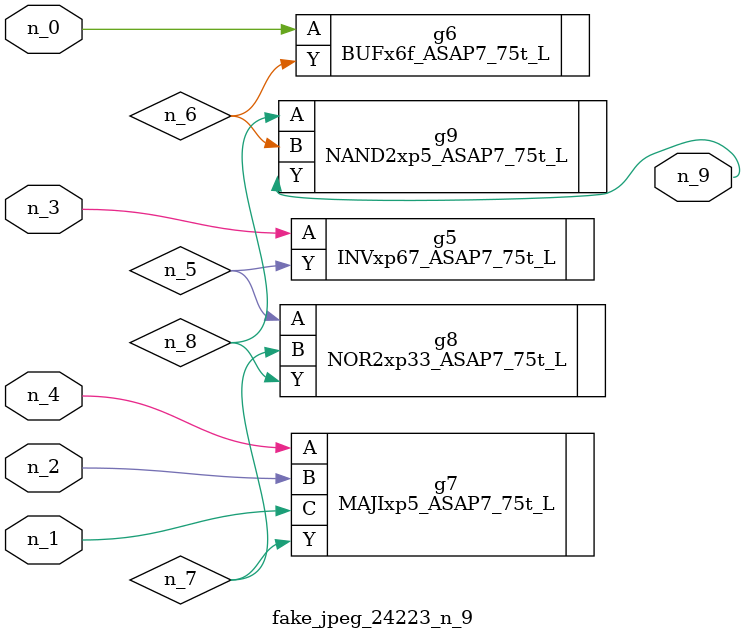
<source format=v>
module fake_jpeg_24223_n_9 (n_3, n_2, n_1, n_0, n_4, n_9);

input n_3;
input n_2;
input n_1;
input n_0;
input n_4;

output n_9;

wire n_8;
wire n_6;
wire n_5;
wire n_7;

INVxp67_ASAP7_75t_L g5 ( 
.A(n_3),
.Y(n_5)
);

BUFx6f_ASAP7_75t_L g6 ( 
.A(n_0),
.Y(n_6)
);

MAJIxp5_ASAP7_75t_L g7 ( 
.A(n_4),
.B(n_2),
.C(n_1),
.Y(n_7)
);

NOR2xp33_ASAP7_75t_L g8 ( 
.A(n_5),
.B(n_7),
.Y(n_8)
);

NAND2xp5_ASAP7_75t_L g9 ( 
.A(n_8),
.B(n_6),
.Y(n_9)
);


endmodule
</source>
